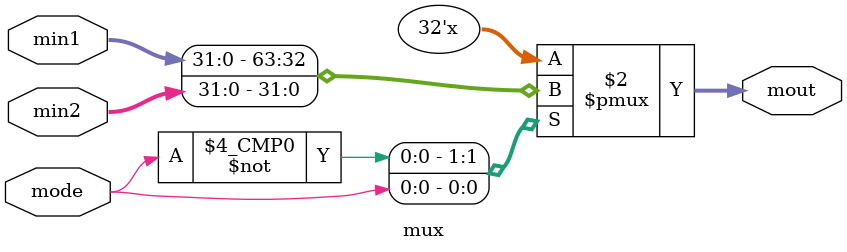
<source format=v>

  module mux( min1, min2, mode, mout);

   input [31:0] min1, min2;
   input mode;
   output reg [31:0] mout;

	always@(*) begin

   case(mode)
   		1'b0:  mout <= min1;
   		1'b1:  mout <= min2;
   	endcase
	end
  endmodule
</source>
